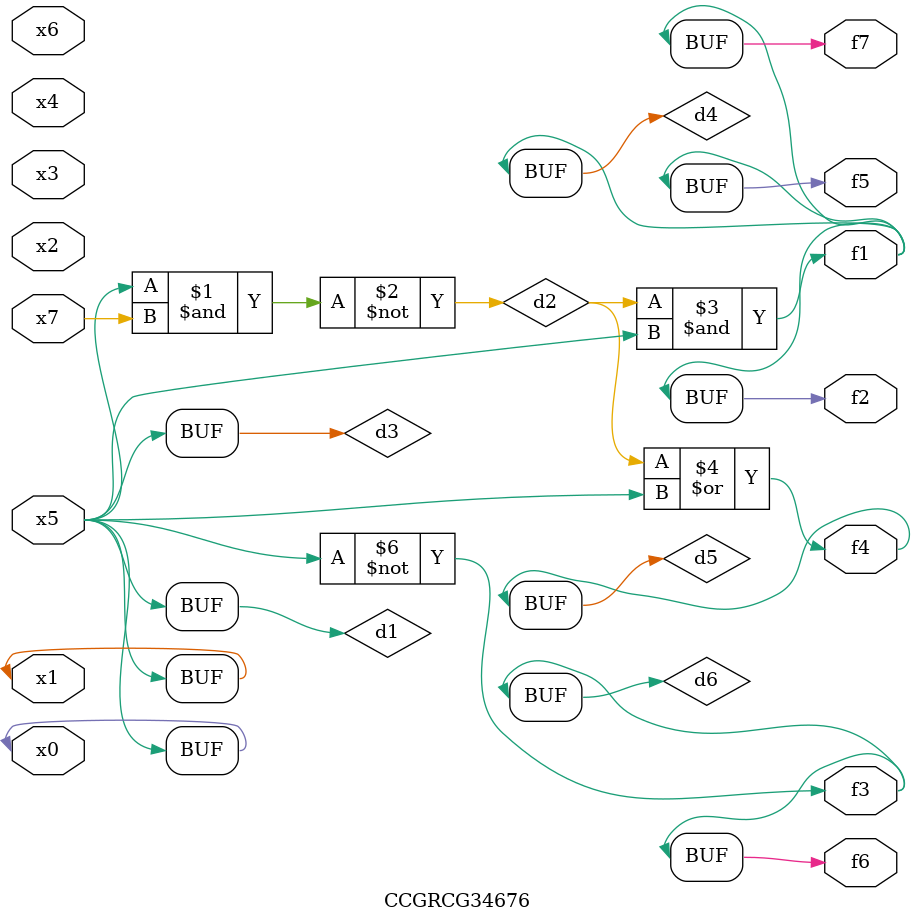
<source format=v>
module CCGRCG34676(
	input x0, x1, x2, x3, x4, x5, x6, x7,
	output f1, f2, f3, f4, f5, f6, f7
);

	wire d1, d2, d3, d4, d5, d6;

	buf (d1, x0, x5);
	nand (d2, x5, x7);
	buf (d3, x0, x1);
	and (d4, d2, d3);
	or (d5, d2, d3);
	nor (d6, d1, d3);
	assign f1 = d4;
	assign f2 = d4;
	assign f3 = d6;
	assign f4 = d5;
	assign f5 = d4;
	assign f6 = d6;
	assign f7 = d4;
endmodule

</source>
